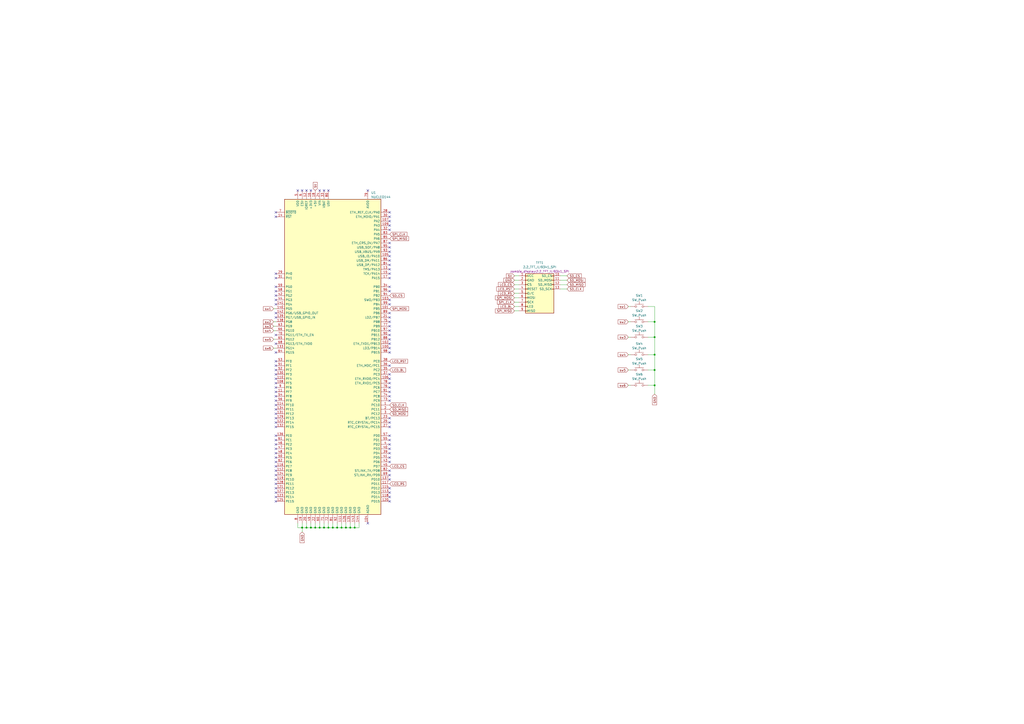
<source format=kicad_sch>
(kicad_sch (version 20230121) (generator eeschema)
  (paper "A2")
  (lib_symbols
    (symbol "Switch:SW_Push" (pin_numbers hide) (pin_names (offset 1.016) hide)
      (property "Reference" "SW" (at 1.27 2.54 0))
      (property "Value" "SW_Push" (at 0 -1.524 0))
      (symbol "SW_Push_0_1"
        (circle (center -2.032 0) (radius 0.508))
        (polyline (pts (xy 0 1.27) (xy 0 3.048)))
        (polyline (pts (xy 2.54 1.27) (xy -2.54 1.27)))
        (circle (center 2.032 0) (radius 0.508))
        (pin passive line (at -5.08 0 0) (length 2.54) (name "1") (number "1"))
        (pin passive line (at 5.08 0 180) (length 2.54) (name "2") (number "2"))
      )
    )
    (symbol "zombie_display:2.2_TFT_ILI9341_SPI" (pin_names (offset 1.016))
      (property "Reference" "TFT" (at 0 12.7 0))
      (property "Value" "2.2_TFT_ILI9341_SPI" (at 0 -12.7 0))
      (property "Footprint" "zombie_display:2.2_TFT_ILI9341_SPI" (at 0 -15.24 0))
      (symbol "2.2_TFT_ILI9341_SPI_1_1"
        (rectangle (start -7.6454 11.4046) (end 8.89 -11.43) (stroke (width 0.254)) (fill (type background)))
        (rectangle (start -7.62 -10.16) (end -6.35 -10.414) (stroke (width 0.1524)))
        (rectangle (start -7.62 -7.493) (end -6.35 -7.747) (stroke (width 0.1524)))
        (rectangle (start -7.62 -4.953) (end -6.35 -5.207) (stroke (width 0.1524)))
        (rectangle (start -7.62 -2.413) (end -6.35 -2.667) (stroke (width 0.1524)))
        (rectangle (start -7.62 0.127) (end -6.35 -0.127) (stroke (width 0.1524)))
        (rectangle (start -7.62 2.667) (end -6.35 2.413) (stroke (width 0.1524)))
        (rectangle (start -7.62 5.207) (end -6.35 4.953) (stroke (width 0.1524)))
        (rectangle (start -7.62 7.747) (end -6.35 7.493) (stroke (width 0.1524)))
        (rectangle (start -7.62 10.287) (end -6.35 10.033) (stroke (width 0.1524)))
        (rectangle (start 7.62 2.54) (end 8.89 2.413) (stroke (width 0.1524)))
        (rectangle (start 8.8138 5.207) (end 7.5438 4.953) (stroke (width 0.1524)))
        (rectangle (start 8.8138 7.747) (end 7.5438 7.493) (stroke (width 0.1524)))
        (rectangle (start 8.8138 10.287) (end 7.5438 10.033) (stroke (width 0.1524)))
        (pin passive line (at -11.43 10.16 0) (length 3.81) (name "VCC") (number "1"))
        (pin passive line (at 12.7 10.16 180) (length 3.81) (name "SD_CS") (number "10"))
        (pin passive line (at 12.7 7.62 180) (length 3.81) (name "SD_MOSI") (number "11"))
        (pin passive line (at 12.7 5.08 180) (length 3.81) (name "SD_MISO") (number "12"))
        (pin passive line (at 12.7 2.54 180) (length 3.81) (name "SD_SCK") (number "13"))
        (pin passive line (at -11.43 7.62 0) (length 3.81) (name "GND") (number "2"))
        (pin passive line (at -11.43 5.08 0) (length 3.81) (name "CS") (number "3"))
        (pin passive line (at -11.43 2.54 0) (length 3.81) (name "RESET") (number "4"))
        (pin passive line (at -11.43 0 0) (length 3.81) (name "D/C") (number "5"))
        (pin passive line (at -11.43 -2.54 0) (length 3.81) (name "MOSI") (number "6"))
        (pin passive line (at -11.43 -5.08 0) (length 3.81) (name "SCK") (number "7"))
        (pin passive line (at -11.43 -7.62 0) (length 3.81) (name "LED") (number "8"))
        (pin passive line (at -11.43 -10.16 0) (length 3.81) (name "MISO") (number "9"))
      )
    )
    (symbol "zombie_nucleo:NUCLEO144-Short"
      (property "Reference" "U" (at -22.86 94.615 0))
      (property "Value" "NUCLEO144" (at -22.86 92.71 0))
      (symbol "NUCLEO144-Short_0_1"
        (rectangle (start -27.94 91.44) (end 27.94 -91.44) (stroke (width 0.254)) (fill (type background)))
      )
      (symbol "NUCLEO144-Short_1_1"
        (pin bidirectional line (at 33.02 -27.94 180) (length 5.08) (name "PC10") (number "1"))
        (pin no_connect line (at -27.94 55.88 0) (length 5.08) hide (name "NC") (number "10"))
        (pin bidirectional line (at 33.02 5.08 180) (length 5.08) (name "LD3/PB14") (number "100"))
        (pin bidirectional line (at 33.02 27.94 180) (length 5.08) (name "PB5") (number "101"))
        (pin bidirectional line (at 33.02 7.62 180) (length 5.08) (name "ETH_TXD1/PB13") (number "102"))
        (pin bidirectional line (at 33.02 33.02 180) (length 5.08) (name "SWO/PB3") (number "103"))
        (pin power_in line (at 20.32 -96.52 90) (length 5.08) (name "AGND") (number "104"))
        (pin bidirectional line (at 33.02 58.42 180) (length 5.08) (name "USB_ID/PA10") (number "105"))
        (pin bidirectional line (at 33.02 -12.7 180) (length 5.08) (name "ETH_RXD0/PC4") (number "106"))
        (pin bidirectional line (at 33.02 78.74 180) (length 5.08) (name "PA2") (number "107"))
        (pin bidirectional line (at -33.02 -15.24 0) (length 5.08) (name "PF5") (number "108"))
        (pin bidirectional line (at 33.02 76.2 180) (length 5.08) (name "PA3") (number "109"))
        (pin bidirectional line (at -33.02 -20.32 0) (length 5.08) (name "PF7") (number "11"))
        (pin bidirectional line (at -33.02 -12.7 0) (length 5.08) (name "PF4") (number "110"))
        (pin power_in line (at 5.08 -96.52 90) (length 5.08) (name "GND") (number "111"))
        (pin bidirectional line (at -33.02 -66.04 0) (length 5.08) (name "PE8") (number "112"))
        (pin bidirectional line (at 33.02 -78.74 180) (length 5.08) (name "PD13") (number "113"))
        (pin bidirectional line (at -33.02 -27.94 0) (length 5.08) (name "PF10") (number "114"))
        (pin bidirectional line (at 33.02 -76.2 180) (length 5.08) (name "PD12") (number "115"))
        (pin bidirectional line (at -33.02 -63.5 0) (length 5.08) (name "PE7") (number "116"))
        (pin bidirectional line (at 33.02 -73.66 180) (length 5.08) (name "PD11") (number "117"))
        (pin bidirectional line (at 33.02 -81.28 180) (length 5.08) (name "PD14") (number "118"))
        (pin bidirectional line (at -33.02 -71.12 0) (length 5.08) (name "PE10") (number "119"))
        (pin power_in line (at -15.24 96.52 270) (length 5.08) (name "IOREF") (number "12"))
        (pin bidirectional line (at 33.02 -83.82 180) (length 5.08) (name "PD15") (number "120"))
        (pin bidirectional line (at -33.02 -76.2 0) (length 5.08) (name "PE12") (number "121"))
        (pin bidirectional line (at -33.02 -38.1 0) (length 5.08) (name "PF14") (number "122"))
        (pin bidirectional line (at -33.02 -81.28 0) (length 5.08) (name "PE14") (number "123"))
        (pin bidirectional line (at -33.02 -68.58 0) (length 5.08) (name "PE9") (number "124"))
        (pin bidirectional line (at -33.02 -83.82 0) (length 5.08) (name "PE15") (number "125"))
        (pin power_in line (at 7.62 -96.52 90) (length 5.08) (name "GND") (number "126"))
        (pin bidirectional line (at -33.02 -78.74 0) (length 5.08) (name "PE13") (number "127"))
        (pin bidirectional line (at -33.02 -73.66 0) (length 5.08) (name "PE11") (number "128"))
        (pin bidirectional line (at -33.02 -35.56 0) (length 5.08) (name "PF13") (number "129"))
        (pin bidirectional line (at 33.02 50.8 180) (length 5.08) (name "TMS/PA13") (number "13"))
        (pin bidirectional line (at -33.02 -10.16 0) (length 5.08) (name "PF3") (number "130"))
        (pin bidirectional line (at -33.02 -33.02 0) (length 5.08) (name "PF12") (number "131"))
        (pin bidirectional line (at -33.02 -40.64 0) (length 5.08) (name "PF15") (number "132"))
        (pin bidirectional line (at -33.02 5.08 0) (length 5.08) (name "PG14") (number "133"))
        (pin bidirectional line (at -33.02 -30.48 0) (length 5.08) (name "PF11") (number "134"))
        (pin power_in line (at 10.16 -96.52 90) (length 5.08) (name "GND") (number "135"))
        (pin bidirectional line (at -33.02 -45.72 0) (length 5.08) (name "PE0") (number "136"))
        (pin bidirectional line (at 33.02 -71.12 180) (length 5.08) (name "PD10") (number "137"))
        (pin bidirectional line (at -33.02 20.32 0) (length 5.08) (name "PG8") (number "138"))
        (pin bidirectional line (at -33.02 22.86 0) (length 5.08) (name "PG7/USB_GPIO_IN") (number "139"))
        (pin input line (at -33.02 81.28 0) (length 5.08) (name "~{RST}") (number "14"))
        (pin bidirectional line (at -33.02 27.94 0) (length 5.08) (name "PG5") (number "140"))
        (pin bidirectional line (at -33.02 30.48 0) (length 5.08) (name "PG4") (number "141"))
        (pin bidirectional line (at -33.02 25.4 0) (length 5.08) (name "PG6/USB_GPIO_OUT") (number "142"))
        (pin power_in line (at 12.7 -96.52 90) (length 5.08) (name "GND") (number "143"))
        (pin power_in line (at 15.24 -96.52 90) (length 5.08) (name "GND") (number "144"))
        (pin bidirectional line (at 33.02 48.26 180) (length 5.08) (name "TCK/PA14") (number "15"))
        (pin power_in line (at -12.7 96.52 270) (length 5.08) (name "+3V3") (number "16"))
        (pin bidirectional line (at 33.02 45.72 180) (length 5.08) (name "PA15") (number "17"))
        (pin power_in line (at -10.16 96.52 270) (length 5.08) (name "+5V") (number "18"))
        (pin power_in line (at -17.78 -96.52 90) (length 5.08) (name "GND") (number "19"))
        (pin bidirectional line (at 33.02 -30.48 180) (length 5.08) (name "PC11") (number "2"))
        (pin power_in line (at -15.24 -96.52 90) (length 5.08) (name "GND") (number "20"))
        (pin bidirectional line (at 33.02 22.86 180) (length 5.08) (name "LD2/PB7") (number "21"))
        (pin power_in line (at -10.16 -96.52 90) (length 5.08) (name "GND") (number "22"))
        (pin bidirectional line (at 33.02 -35.56 180) (length 5.08) (name "BT/PC13") (number "23"))
        (pin power_in line (at -7.62 96.52 270) (length 5.08) (name "VIN") (number "24"))
        (pin bidirectional line (at 33.02 -38.1 180) (length 5.08) (name "RTC_CRYSTAL/PC14") (number "25"))
        (pin no_connect line (at -27.94 58.42 0) (length 5.08) hide (name "NC") (number "26"))
        (pin bidirectional line (at 33.02 -40.64 180) (length 5.08) (name "RTC_CRYSTAL/PC15") (number "27"))
        (pin bidirectional line (at 33.02 83.82 180) (length 5.08) (name "ETH_REF_CLK/PA0") (number "28"))
        (pin bidirectional line (at -33.02 48.26 0) (length 5.08) (name "PH0") (number "29"))
        (pin bidirectional line (at 33.02 -33.02 180) (length 5.08) (name "PC12") (number "3"))
        (pin bidirectional line (at 33.02 81.28 180) (length 5.08) (name "ETH_MDIO/PA1") (number "30"))
        (pin bidirectional line (at -33.02 45.72 0) (length 5.08) (name "PH1") (number "31"))
        (pin bidirectional line (at 33.02 73.66 180) (length 5.08) (name "PA4") (number "32"))
        (pin power_in line (at -5.08 96.52 270) (length 5.08) (name "VBAT") (number "33"))
        (pin bidirectional line (at 33.02 40.64 180) (length 5.08) (name "PB0") (number "34"))
        (pin bidirectional line (at 33.02 -7.62 180) (length 5.08) (name "PC2") (number "35"))
        (pin bidirectional line (at 33.02 -5.08 180) (length 5.08) (name "ETH_MDC/PC1") (number "36"))
        (pin bidirectional line (at 33.02 -10.16 180) (length 5.08) (name "PC3") (number "37"))
        (pin bidirectional line (at 33.02 -2.54 180) (length 5.08) (name "PC0") (number "38"))
        (pin bidirectional line (at 33.02 -55.88 180) (length 5.08) (name "PD4") (number "39"))
        (pin bidirectional line (at 33.02 -50.8 180) (length 5.08) (name "PD2") (number "4"))
        (pin bidirectional line (at 33.02 -53.34 180) (length 5.08) (name "PD3") (number "40"))
        (pin bidirectional line (at 33.02 -58.42 180) (length 5.08) (name "PD5") (number "41"))
        (pin bidirectional line (at -33.02 35.56 0) (length 5.08) (name "PG2") (number "42"))
        (pin bidirectional line (at 33.02 -60.96 180) (length 5.08) (name "PD6") (number "43"))
        (pin bidirectional line (at -33.02 33.02 0) (length 5.08) (name "PG3") (number "44"))
        (pin bidirectional line (at 33.02 -63.5 180) (length 5.08) (name "PD7") (number "45"))
        (pin bidirectional line (at -33.02 -50.8 0) (length 5.08) (name "PE2") (number "46"))
        (pin bidirectional line (at -33.02 -53.34 0) (length 5.08) (name "PE3") (number "47"))
        (pin bidirectional line (at -33.02 -55.88 0) (length 5.08) (name "PE4") (number "48"))
        (pin power_in line (at -12.7 -96.52 90) (length 5.08) (name "GND") (number "49"))
        (pin power_in line (at -20.32 96.52 270) (length 5.08) (name "VDD") (number "5"))
        (pin bidirectional line (at -33.02 -58.42 0) (length 5.08) (name "PE5") (number "50"))
        (pin bidirectional line (at -33.02 -5.08 0) (length 5.08) (name "PF1") (number "51"))
        (pin bidirectional line (at -33.02 -7.62 0) (length 5.08) (name "PF2") (number "52"))
        (pin bidirectional line (at -33.02 -2.54 0) (length 5.08) (name "PF0") (number "53"))
        (pin bidirectional line (at -33.02 -22.86 0) (length 5.08) (name "PF8") (number "54"))
        (pin bidirectional line (at 33.02 -48.26 180) (length 5.08) (name "PD1") (number "55"))
        (pin bidirectional line (at -33.02 -25.4 0) (length 5.08) (name "PF9") (number "56"))
        (pin bidirectional line (at 33.02 -45.72 180) (length 5.08) (name "PD0") (number "57"))
        (pin bidirectional line (at -33.02 38.1 0) (length 5.08) (name "PG1") (number "58"))
        (pin bidirectional line (at -33.02 40.64 0) (length 5.08) (name "PG0") (number "59"))
        (pin power_in line (at -17.78 96.52 270) (length 5.08) (name "E5V") (number "6"))
        (pin power_in line (at -7.62 -96.52 90) (length 5.08) (name "GND") (number "60"))
        (pin bidirectional line (at -33.02 -48.26 0) (length 5.08) (name "PE1") (number "61"))
        (pin bidirectional line (at -33.02 -60.96 0) (length 5.08) (name "PE6") (number "62"))
        (pin bidirectional line (at -33.02 17.78 0) (length 5.08) (name "PG9") (number "63"))
        (pin bidirectional line (at -33.02 2.54 0) (length 5.08) (name "PG15") (number "64"))
        (pin bidirectional line (at -33.02 10.16 0) (length 5.08) (name "PG12") (number "65"))
        (pin bidirectional line (at -33.02 15.24 0) (length 5.08) (name "PG10") (number "66"))
        (pin no_connect line (at -27.94 53.34 0) (length 5.08) hide (name "NC") (number "67"))
        (pin bidirectional line (at -33.02 7.62 0) (length 5.08) (name "PG13/ETH_TXD0") (number "68"))
        (pin bidirectional line (at 33.02 -68.58 180) (length 5.08) (name "STLINK_RX/PD9") (number "69"))
        (pin input line (at -33.02 83.82 0) (length 5.08) (name "~{BOOT0}") (number "7"))
        (pin bidirectional line (at -33.02 12.7 0) (length 5.08) (name "PG11/ETH_TX_EN") (number "70"))
        (pin power_in line (at -5.08 -96.52 90) (length 5.08) (name "GND") (number "71"))
        (pin power_in line (at -2.54 -96.52 90) (length 5.08) (name "GND") (number "72"))
        (pin bidirectional line (at 33.02 -25.4 180) (length 5.08) (name "PC9") (number "73"))
        (pin bidirectional line (at 33.02 -22.86 180) (length 5.08) (name "PC8") (number "74"))
        (pin bidirectional line (at 33.02 20.32 180) (length 5.08) (name "PB8") (number "75"))
        (pin bidirectional line (at 33.02 -17.78 180) (length 5.08) (name "PC6") (number "76"))
        (pin bidirectional line (at 33.02 17.78 180) (length 5.08) (name "PB9") (number "77"))
        (pin bidirectional line (at 33.02 -15.24 180) (length 5.08) (name "ETH_RXD1/PC5") (number "78"))
        (pin power_in line (at 20.32 96.52 270) (length 5.08) (name "AVDD") (number "79"))
        (pin power_in line (at -20.32 -96.52 90) (length 5.08) (name "GND") (number "8"))
        (pin power_in line (at -2.54 96.52 270) (length 5.08) (name "U5V") (number "80"))
        (pin power_in line (at 0 -96.52 90) (length 5.08) (name "GND") (number "81"))
        (pin bidirectional line (at 33.02 -66.04 180) (length 5.08) (name "STLINK_TX/PD8") (number "82"))
        (pin bidirectional line (at 33.02 71.12 180) (length 5.08) (name "PA5") (number "83"))
        (pin bidirectional line (at 33.02 53.34 180) (length 5.08) (name "USB_DP/PA12") (number "84"))
        (pin bidirectional line (at 33.02 68.58 180) (length 5.08) (name "PA6") (number "85"))
        (pin bidirectional line (at 33.02 55.88 180) (length 5.08) (name "USB_DM/PA11") (number "86"))
        (pin bidirectional line (at 33.02 66.04 180) (length 5.08) (name "ETH_CRS_DV/PA7") (number "87"))
        (pin bidirectional line (at 33.02 10.16 180) (length 5.08) (name "PB12") (number "88"))
        (pin bidirectional line (at 33.02 25.4 180) (length 5.08) (name "PB6") (number "89"))
        (pin bidirectional line (at -33.02 -17.78 0) (length 5.08) (name "PF6") (number "9"))
        (pin bidirectional line (at 33.02 12.7 180) (length 5.08) (name "PB11") (number "90"))
        (pin bidirectional line (at 33.02 -20.32 180) (length 5.08) (name "PC7") (number "91"))
        (pin power_in line (at 2.54 -96.52 90) (length 5.08) (name "GND") (number "92"))
        (pin bidirectional line (at 33.02 60.96 180) (length 5.08) (name "USB_VBUS/PA9") (number "93"))
        (pin bidirectional line (at 33.02 35.56 180) (length 5.08) (name "PB2") (number "94"))
        (pin bidirectional line (at 33.02 63.5 180) (length 5.08) (name "USB_SOF/PA8") (number "95"))
        (pin bidirectional line (at 33.02 38.1 180) (length 5.08) (name "PB1") (number "96"))
        (pin bidirectional line (at 33.02 15.24 180) (length 5.08) (name "PB10") (number "97"))
        (pin bidirectional line (at 33.02 2.54 180) (length 5.08) (name "PB15") (number "98"))
        (pin bidirectional line (at 33.02 30.48 180) (length 5.08) (name "PB4") (number "99"))
      )
    )
  )
  (junction (at 195.58 306.07))
  (junction (at 190.5 306.07))
  (junction (at 203.2 306.07))
  (junction (at 193.04 306.07))
  (junction (at 180.34 306.07))
  (junction (at 379.73 223.52))
  (junction (at 185.42 306.07))
  (junction (at 175.26 306.07))
  (junction (at 198.12 306.07))
  (junction (at 177.8 306.07))
  (junction (at 187.96 306.07))
  (junction (at 379.73 195.58))
  (junction (at 379.73 205.74))
  (junction (at 379.73 214.63))
  (junction (at 379.73 186.69))
  (junction (at 200.66 306.07))
  (junction (at 205.74 306.07))
  (junction (at 182.88 306.07))
  (no_connect (at 226.06 176.53))
  (no_connect (at 226.06 252.73))
  (no_connect (at 160.02 280.67))
  (no_connect (at 160.02 255.27))
  (no_connect (at 226.06 229.87))
  (no_connect (at 160.02 237.49))
  (no_connect (at 226.06 255.27))
  (no_connect (at 226.06 204.47))
  (no_connect (at 160.02 204.47))
  (no_connect (at 160.02 240.03))
  (no_connect (at 226.06 247.65))
  (no_connect (at 160.02 171.45))
  (no_connect (at 226.06 278.13))
  (no_connect (at 160.02 168.91))
  (no_connect (at 213.36 303.53))
  (no_connect (at 160.02 290.83))
  (no_connect (at 160.02 234.95))
  (no_connect (at 226.06 123.19))
  (no_connect (at 226.06 140.97))
  (no_connect (at 160.02 262.89))
  (no_connect (at 160.02 257.81))
  (no_connect (at 226.06 257.81))
  (no_connect (at 226.06 173.99))
  (no_connect (at 226.06 288.29))
  (no_connect (at 226.06 166.37))
  (no_connect (at 226.06 260.35))
  (no_connect (at 160.02 278.13))
  (no_connect (at 187.96 110.49))
  (no_connect (at 160.02 224.79))
  (no_connect (at 226.06 227.33))
  (no_connect (at 160.02 267.97))
  (no_connect (at 185.42 110.49))
  (no_connect (at 160.02 275.59))
  (no_connect (at 226.06 219.71))
  (no_connect (at 226.06 153.67))
  (no_connect (at 160.02 227.33))
  (no_connect (at 160.02 199.39))
  (no_connect (at 160.02 229.87))
  (no_connect (at 226.06 290.83))
  (no_connect (at 160.02 242.57))
  (no_connect (at 226.06 191.77))
  (no_connect (at 160.02 288.29))
  (no_connect (at 226.06 273.05))
  (no_connect (at 226.06 143.51))
  (no_connect (at 226.06 285.75))
  (no_connect (at 226.06 181.61))
  (no_connect (at 160.02 247.65))
  (no_connect (at 226.06 245.11))
  (no_connect (at 226.06 158.75))
  (no_connect (at 160.02 260.35))
  (no_connect (at 160.02 212.09))
  (no_connect (at 226.06 232.41))
  (no_connect (at 160.02 184.15))
  (no_connect (at 226.06 156.21))
  (no_connect (at 226.06 212.09))
  (no_connect (at 160.02 123.19))
  (no_connect (at 160.02 166.37))
  (no_connect (at 226.06 196.85))
  (no_connect (at 160.02 161.29))
  (no_connect (at 160.02 173.99))
  (no_connect (at 226.06 283.21))
  (no_connect (at 226.06 186.69))
  (no_connect (at 172.72 110.49))
  (no_connect (at 226.06 262.89))
  (no_connect (at 226.06 201.93))
  (no_connect (at 160.02 265.43))
  (no_connect (at 160.02 245.11))
  (no_connect (at 226.06 224.79))
  (no_connect (at 226.06 125.73))
  (no_connect (at 160.02 222.25))
  (no_connect (at 160.02 232.41))
  (no_connect (at 226.06 194.31))
  (no_connect (at 226.06 151.13))
  (no_connect (at 226.06 265.43))
  (no_connect (at 160.02 219.71))
  (no_connect (at 177.8 110.49))
  (no_connect (at 226.06 242.57))
  (no_connect (at 226.06 148.59))
  (no_connect (at 226.06 222.25))
  (no_connect (at 226.06 189.23))
  (no_connect (at 226.06 199.39))
  (no_connect (at 180.34 110.49))
  (no_connect (at 160.02 176.53))
  (no_connect (at 226.06 128.27))
  (no_connect (at 226.06 130.81))
  (no_connect (at 226.06 168.91))
  (no_connect (at 160.02 158.75))
  (no_connect (at 190.5 110.49))
  (no_connect (at 226.06 184.15))
  (no_connect (at 160.02 285.75))
  (no_connect (at 226.06 217.17))
  (no_connect (at 213.36 110.49))
  (no_connect (at 160.02 273.05))
  (no_connect (at 160.02 181.61))
  (no_connect (at 160.02 252.73))
  (no_connect (at 160.02 194.31))
  (no_connect (at 226.06 267.97))
  (no_connect (at 160.02 209.55))
  (no_connect (at 160.02 125.73))
  (no_connect (at 226.06 275.59))
  (no_connect (at 160.02 217.17))
  (no_connect (at 226.06 161.29))
  (no_connect (at 226.06 146.05))
  (no_connect (at 160.02 283.21))
  (no_connect (at 175.26 110.49))
  (no_connect (at 160.02 270.51))
  (no_connect (at 160.02 214.63))
  (no_connect (at 226.06 133.35))
  (wire (pts (xy 298.45 165.1) (xy 300.99 165.1)))
  (wire (pts (xy 158.75 191.77) (xy 160.02 191.77)))
  (wire (pts (xy 364.49 223.52) (xy 365.76 223.52)))
  (wire (pts (xy 200.66 306.07) (xy 203.2 306.07)))
  (wire (pts (xy 200.66 303.53) (xy 200.66 306.07)))
  (wire (pts (xy 175.26 306.07) (xy 175.26 308.61)))
  (wire (pts (xy 177.8 306.07) (xy 175.26 306.07)))
  (wire (pts (xy 379.73 214.63) (xy 379.73 223.52)))
  (wire (pts (xy 182.88 303.53) (xy 182.88 306.07)))
  (wire (pts (xy 379.73 186.69) (xy 379.73 195.58)))
  (wire (pts (xy 182.88 306.07) (xy 185.42 306.07)))
  (wire (pts (xy 328.93 162.56) (xy 325.12 162.56)))
  (wire (pts (xy 328.93 167.64) (xy 325.12 167.64)))
  (wire (pts (xy 379.73 177.8) (xy 379.73 186.69)))
  (wire (pts (xy 298.45 167.64) (xy 300.99 167.64)))
  (wire (pts (xy 364.49 195.58) (xy 365.76 195.58)))
  (wire (pts (xy 180.34 306.07) (xy 182.88 306.07)))
  (wire (pts (xy 158.75 186.69) (xy 160.02 186.69)))
  (wire (pts (xy 175.26 303.53) (xy 175.26 306.07)))
  (wire (pts (xy 198.12 306.07) (xy 200.66 306.07)))
  (wire (pts (xy 158.75 201.93) (xy 160.02 201.93)))
  (wire (pts (xy 198.12 303.53) (xy 198.12 306.07)))
  (wire (pts (xy 375.92 195.58) (xy 379.73 195.58)))
  (wire (pts (xy 298.45 180.34) (xy 300.99 180.34)))
  (wire (pts (xy 375.92 186.69) (xy 379.73 186.69)))
  (wire (pts (xy 328.93 160.02) (xy 325.12 160.02)))
  (wire (pts (xy 185.42 303.53) (xy 185.42 306.07)))
  (wire (pts (xy 193.04 306.07) (xy 195.58 306.07)))
  (wire (pts (xy 375.92 177.8) (xy 379.73 177.8)))
  (wire (pts (xy 208.28 303.53) (xy 208.28 306.07)))
  (wire (pts (xy 195.58 303.53) (xy 195.58 306.07)))
  (wire (pts (xy 298.45 175.26) (xy 300.99 175.26)))
  (wire (pts (xy 379.73 195.58) (xy 379.73 205.74)))
  (wire (pts (xy 190.5 303.53) (xy 190.5 306.07)))
  (wire (pts (xy 190.5 306.07) (xy 187.96 306.07)))
  (wire (pts (xy 364.49 205.74) (xy 365.76 205.74)))
  (wire (pts (xy 158.75 189.23) (xy 160.02 189.23)))
  (wire (pts (xy 158.75 179.07) (xy 160.02 179.07)))
  (wire (pts (xy 328.93 165.1) (xy 325.12 165.1)))
  (wire (pts (xy 298.45 162.56) (xy 300.99 162.56)))
  (wire (pts (xy 375.92 214.63) (xy 379.73 214.63)))
  (wire (pts (xy 158.75 196.85) (xy 160.02 196.85)))
  (wire (pts (xy 379.73 223.52) (xy 379.73 228.6)))
  (wire (pts (xy 193.04 306.07) (xy 190.5 306.07)))
  (wire (pts (xy 177.8 306.07) (xy 180.34 306.07)))
  (wire (pts (xy 193.04 303.53) (xy 193.04 306.07)))
  (wire (pts (xy 205.74 306.07) (xy 203.2 306.07)))
  (wire (pts (xy 187.96 303.53) (xy 187.96 306.07)))
  (wire (pts (xy 185.42 306.07) (xy 187.96 306.07)))
  (wire (pts (xy 375.92 223.52) (xy 379.73 223.52)))
  (wire (pts (xy 365.76 177.8) (xy 364.49 177.8)))
  (wire (pts (xy 298.45 177.8) (xy 300.99 177.8)))
  (wire (pts (xy 203.2 303.53) (xy 203.2 306.07)))
  (wire (pts (xy 208.28 306.07) (xy 205.74 306.07)))
  (wire (pts (xy 172.72 306.07) (xy 175.26 306.07)))
  (wire (pts (xy 379.73 205.74) (xy 379.73 214.63)))
  (wire (pts (xy 375.92 205.74) (xy 379.73 205.74)))
  (wire (pts (xy 298.45 170.18) (xy 300.99 170.18)))
  (wire (pts (xy 195.58 306.07) (xy 198.12 306.07)))
  (wire (pts (xy 180.34 303.53) (xy 180.34 306.07)))
  (wire (pts (xy 298.45 172.72) (xy 300.99 172.72)))
  (wire (pts (xy 298.45 160.02) (xy 300.99 160.02)))
  (wire (pts (xy 205.74 303.53) (xy 205.74 306.07)))
  (wire (pts (xy 365.76 186.69) (xy 364.49 186.69)))
  (wire (pts (xy 177.8 303.53) (xy 177.8 306.07)))
  (wire (pts (xy 172.72 303.53) (xy 172.72 306.07)))
  (wire (pts (xy 364.49 214.63) (xy 365.76 214.63)))
  (global_label "SPI_MOSI" (shape input) (at 226.06 179.07 0) (property "Intersheetrefs" "${INTERSHEET_REFS}" (effects hide)))
  (global_label "sw2" (shape input) (at 364.49 186.69 180) (property "Intersheetrefs" "${INTERSHEET_REFS}" (effects hide)))
  (global_label "SD_MISO" (shape input) (at 328.93 165.1 0) (property "Intersheetrefs" "${INTERSHEET_REFS}" (effects hide)))
  (global_label "GND" (shape input) (at 175.26 308.61 270) (property "Intersheetrefs" "${INTERSHEET_REFS}" (effects hide)))
  (global_label "sw4" (shape input) (at 364.49 205.74 180) (property "Intersheetrefs" "${INTERSHEET_REFS}" (effects hide)))
  (global_label "sw3" (shape input) (at 364.49 195.58 180) (property "Intersheetrefs" "${INTERSHEET_REFS}" (effects hide)))
  (global_label "SPI_MISO" (shape input) (at 298.45 180.34 180) (property "Intersheetrefs" "${INTERSHEET_REFS}" (effects hide)))
  (global_label "SD_CLK" (shape input) (at 328.93 167.64 0) (property "Intersheetrefs" "${INTERSHEET_REFS}" (effects hide)))
  (global_label "SD_MISO" (shape input) (at 226.06 237.49 0) (property "Intersheetrefs" "${INTERSHEET_REFS}" (effects hide)))
  (global_label "SPI_MISO" (shape input) (at 226.06 138.43 0) (property "Intersheetrefs" "${INTERSHEET_REFS}" (effects hide)))
  (global_label "SD_MOSI" (shape input) (at 328.93 162.56 0) (property "Intersheetrefs" "${INTERSHEET_REFS}" (effects hide)))
  (global_label "GND" (shape input) (at 379.73 228.6 270) (property "Intersheetrefs" "${INTERSHEET_REFS}" (effects hide)))
  (global_label "LCD_RS" (shape input) (at 226.06 280.67 0) (property "Intersheetrefs" "${INTERSHEET_REFS}" (effects hide)))
  (global_label "SD_MOSI" (shape input) (at 226.06 240.03 0) (property "Intersheetrefs" "${INTERSHEET_REFS}" (effects hide)))
  (global_label "sw6" (shape input) (at 158.75 201.93 180) (property "Intersheetrefs" "${INTERSHEET_REFS}" (effects hide)))
  (global_label "SD_CLK" (shape input) (at 226.06 234.95 0) (property "Intersheetrefs" "${INTERSHEET_REFS}" (effects hide)))
  (global_label "SPI_CLK" (shape input) (at 226.06 135.89 0) (property "Intersheetrefs" "${INTERSHEET_REFS}" (effects hide)))
  (global_label "LCD_CS" (shape input) (at 226.06 270.51 0) (property "Intersheetrefs" "${INTERSHEET_REFS}" (effects hide)))
  (global_label "LCD_RST" (shape input) (at 226.06 209.55 0) (property "Intersheetrefs" "${INTERSHEET_REFS}" (effects hide)))
  (global_label "LCD_CS" (shape input) (at 298.45 165.1 180) (property "Intersheetrefs" "${INTERSHEET_REFS}" (effects hide)))
  (global_label "GND" (shape input) (at 298.45 162.56 180) (property "Intersheetrefs" "${INTERSHEET_REFS}" (effects hide)))
  (global_label "SD_CS" (shape input) (at 328.93 160.02 0) (property "Intersheetrefs" "${INTERSHEET_REFS}" (effects hide)))
  (global_label "SPI_MOSI" (shape input) (at 298.45 172.72 180) (property "Intersheetrefs" "${INTERSHEET_REFS}" (effects hide)))
  (global_label "sw1" (shape input) (at 364.49 177.8 180) (property "Intersheetrefs" "${INTERSHEET_REFS}" (effects hide)))
  (global_label "LCD_RST" (shape input) (at 298.45 167.64 180) (property "Intersheetrefs" "${INTERSHEET_REFS}" (effects hide)))
  (global_label "LCD_RS" (shape input) (at 298.45 170.18 180) (property "Intersheetrefs" "${INTERSHEET_REFS}" (effects hide)))
  (global_label "SD_CS" (shape input) (at 226.06 171.45 0) (property "Intersheetrefs" "${INTERSHEET_REFS}" (effects hide)))
  (global_label "5V" (shape input) (at 298.45 160.02 180) (property "Intersheetrefs" "${INTERSHEET_REFS}" (effects hide)))
  (global_label "SPI_CLK" (shape input) (at 298.45 175.26 180) (property "Intersheetrefs" "${INTERSHEET_REFS}" (effects hide)))
  (global_label "sw2" (shape input) (at 158.75 186.69 180) (property "Intersheetrefs" "${INTERSHEET_REFS}" (effects hide)))
  (global_label "sw3" (shape input) (at 158.75 189.23 180) (property "Intersheetrefs" "${INTERSHEET_REFS}" (effects hide)))
  (global_label "sw4" (shape input) (at 158.75 191.77 180) (property "Intersheetrefs" "${INTERSHEET_REFS}" (effects hide)))
  (global_label "sw1" (shape input) (at 158.75 179.07 180) (property "Intersheetrefs" "${INTERSHEET_REFS}" (effects hide)))
  (global_label "5V" (shape input) (at 182.88 110.49 90) (property "Intersheetrefs" "${INTERSHEET_REFS}" (effects hide)))
  (global_label "sw5" (shape input) (at 158.75 196.85 180) (property "Intersheetrefs" "${INTERSHEET_REFS}" (effects hide)))
  (global_label "sw6" (shape input) (at 364.49 223.52 180) (property "Intersheetrefs" "${INTERSHEET_REFS}" (effects hide)))
  (global_label "LCD_BL" (shape input) (at 298.45 177.8 180) (property "Intersheetrefs" "${INTERSHEET_REFS}" (effects hide)))
  (global_label "LCD_BL" (shape input) (at 226.06 214.63 0) (property "Intersheetrefs" "${INTERSHEET_REFS}" (effects hide)))
  (global_label "sw5" (shape input) (at 364.49 214.63 180) (property "Intersheetrefs" "${INTERSHEET_REFS}" (effects hide)))
  (symbol (lib_id "Switch:SW_Push") (at 370.84 177.8 0) (unit 1)
    (property "Reference" "SW1" (at 370.84 171.45 0))
    (property "Value" "SW_Push" (at 370.84 173.99 0))
    (property "Footprint" "Button_Switch_THT:SW_PUSH_6mm" (effects hide))
  )
  (symbol (lib_id "Switch:SW_Push") (at 370.84 205.74 0) (unit 1)
    (property "Reference" "SW4" (at 370.84 199.39 0))
    (property "Value" "SW_Push" (at 370.84 201.93 0))
    (property "Footprint" "Button_Switch_THT:SW_PUSH_6mm" (effects hide))
  )
  (symbol (lib_id "Switch:SW_Push") (at 370.84 195.58 0) (unit 1)
    (property "Reference" "SW3" (at 370.84 189.23 0))
    (property "Value" "SW_Push" (at 370.84 191.77 0))
    (property "Footprint" "Button_Switch_THT:SW_PUSH_6mm" (effects hide))
  )
  (symbol (lib_id "Switch:SW_Push") (at 370.84 223.52 0) (unit 1)
    (property "Reference" "SW6" (at 370.84 217.17 0))
    (property "Value" "SW_Push" (at 370.84 219.71 0))
    (property "Footprint" "Button_Switch_THT:SW_PUSH_6mm" (effects hide))
  )
  (symbol (lib_id "Switch:SW_Push") (at 370.84 214.63 0) (unit 1)
    (property "Reference" "SW5" (at 370.84 208.28 0))
    (property "Value" "SW_Push" (at 370.84 210.82 0))
    (property "Footprint" "Button_Switch_THT:SW_PUSH_6mm" (effects hide))
  )
  (symbol (lib_id "zombie_display:2.2_TFT_ILI9341_SPI") (at 312.42 170.18 0) (unit 1)
    (property "Reference" "TFT1" (at 313.0423 152.4 0))
    (property "Value" "2.2_TFT_ILI9341_SPI" (at 313.0423 154.94 0))
    (property "Footprint" "zombie_display:2.2_TFT_ILI9341_SPI" (at 313.0423 157.48 0))
  )
  (symbol (lib_id "Switch:SW_Push") (at 370.84 186.69 0) (unit 1)
    (property "Reference" "SW2" (at 370.84 180.34 0))
    (property "Value" "SW_Push" (at 370.84 182.88 0))
    (property "Footprint" "Button_Switch_THT:SW_PUSH_6mm" (effects hide))
  )
  (symbol (lib_id "zombie_nucleo:NUCLEO144-Short") (at 193.04 207.01 0) (unit 1)
    (property "Reference" "U1" (at 215.3159 111.76 0) (effects (justify left)))
    (property "Value" "NUCLEO144" (at 215.3159 114.3 0) (effects (justify left)))
    (property "Footprint" "zombie_nucleo:ST_Morpho_Connector_144_Short" (effects hide))
  )
)
</source>
